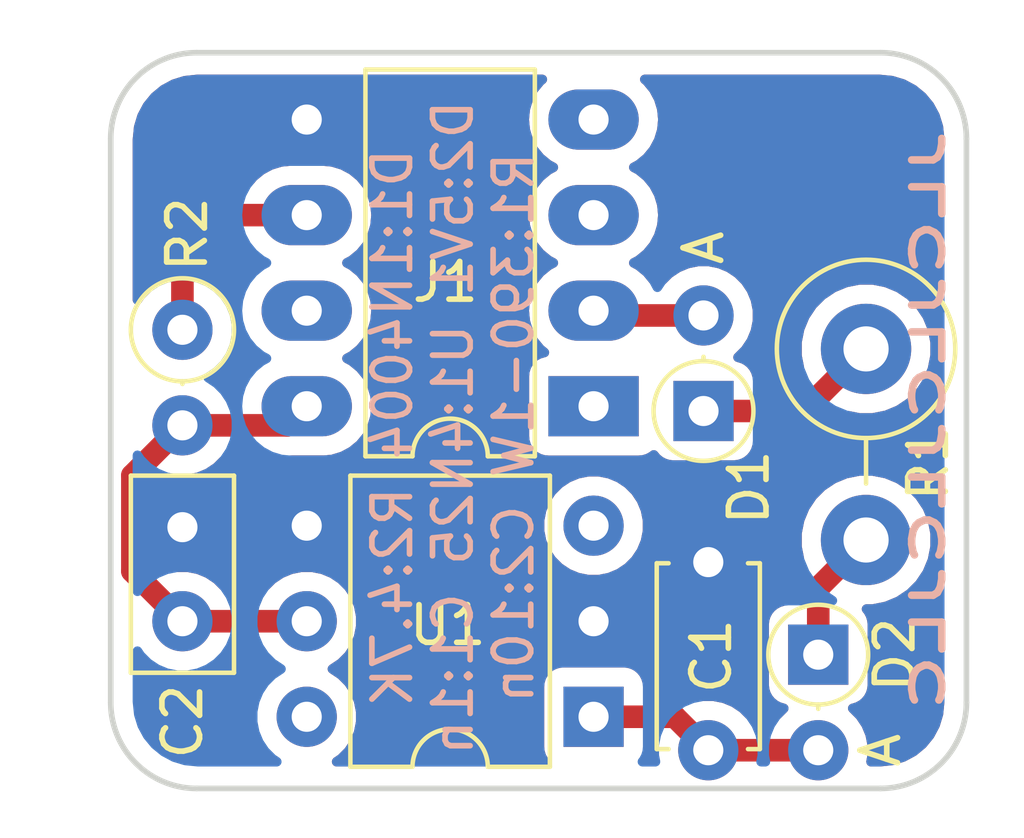
<source format=kicad_pcb>
(kicad_pcb (version 20171130) (host pcbnew 5.1.9+dfsg1-1~bpo10+1)

  (general
    (thickness 1.6)
    (drawings 10)
    (tracks 28)
    (zones 0)
    (modules 8)
    (nets 14)
  )

  (page A4)
  (layers
    (0 F.Cu signal)
    (31 B.Cu signal)
    (32 B.Adhes user)
    (33 F.Adhes user)
    (34 B.Paste user)
    (35 F.Paste user)
    (36 B.SilkS user)
    (37 F.SilkS user)
    (38 B.Mask user)
    (39 F.Mask user)
    (40 Dwgs.User user)
    (41 Cmts.User user)
    (42 Eco1.User user)
    (43 Eco2.User user)
    (44 Edge.Cuts user)
    (45 Margin user)
    (46 B.CrtYd user)
    (47 F.CrtYd user)
    (48 B.Fab user)
    (49 F.Fab user)
  )

  (setup
    (last_trace_width 0.6)
    (trace_clearance 0.2)
    (zone_clearance 0.508)
    (zone_45_only no)
    (trace_min 0.2)
    (via_size 0.8)
    (via_drill 0.4)
    (via_min_size 0.4)
    (via_min_drill 0.3)
    (uvia_size 0.3)
    (uvia_drill 0.1)
    (uvias_allowed no)
    (uvia_min_size 0.2)
    (uvia_min_drill 0.1)
    (edge_width 0.1)
    (segment_width 0.2)
    (pcb_text_width 0.3)
    (pcb_text_size 1.5 1.5)
    (mod_edge_width 0.15)
    (mod_text_size 1 1)
    (mod_text_width 0.15)
    (pad_size 1.524 1.524)
    (pad_drill 0.762)
    (pad_to_mask_clearance 0)
    (aux_axis_origin 0 0)
    (visible_elements FFFFFF7F)
    (pcbplotparams
      (layerselection 0x010fc_ffffffff)
      (usegerberextensions false)
      (usegerberattributes true)
      (usegerberadvancedattributes true)
      (creategerberjobfile true)
      (excludeedgelayer true)
      (linewidth 0.100000)
      (plotframeref false)
      (viasonmask false)
      (mode 1)
      (useauxorigin false)
      (hpglpennumber 1)
      (hpglpenspeed 20)
      (hpglpendiameter 15.000000)
      (psnegative false)
      (psa4output false)
      (plotreference true)
      (plotvalue true)
      (plotinvisibletext false)
      (padsonsilk false)
      (subtractmaskfromsilk false)
      (outputformat 1)
      (mirror false)
      (drillshape 0)
      (scaleselection 1)
      (outputdirectory "gerbers/"))
  )

  (net 0 "")
  (net 1 "Net-(C1-Pad1)")
  (net 2 GND)
  (net 3 TACH1)
  (net 4 "Net-(U1-Pad3)")
  (net 5 "Net-(U1-Pad6)")
  (net 6 VR1+)
  (net 7 "Net-(D1-Pad1)")
  (net 8 "Net-(D2-Pad1)")
  (net 9 VR1-)
  (net 10 +5V)
  (net 11 VR2+)
  (net 12 TACH2)
  (net 13 VR2-)

  (net_class Default "This is the default net class."
    (clearance 0.2)
    (trace_width 0.6)
    (via_dia 0.8)
    (via_drill 0.4)
    (uvia_dia 0.3)
    (uvia_drill 0.1)
    (add_net +5V)
    (add_net GND)
    (add_net "Net-(C1-Pad1)")
    (add_net "Net-(D1-Pad1)")
    (add_net "Net-(D2-Pad1)")
    (add_net "Net-(U1-Pad3)")
    (add_net "Net-(U1-Pad6)")
    (add_net TACH1)
    (add_net TACH2)
    (add_net VR1+)
    (add_net VR1-)
    (add_net VR2+)
    (add_net VR2-)
  )

  (module Package_DIP:DIP-6_W7.62mm (layer F.Cu) (tedit 5A02E8C5) (tstamp 6048E91F)
    (at 39.624 43.434 180)
    (descr "6-lead though-hole mounted DIP package, row spacing 7.62 mm (300 mils)")
    (tags "THT DIP DIL PDIP 2.54mm 7.62mm 300mil")
    (path /6048D3FE)
    (fp_text reference U1 (at 3.874 2.434) (layer F.SilkS)
      (effects (font (size 1 1) (thickness 0.15)))
    )
    (fp_text value 4N25 (at 3.81 7.41) (layer F.Fab)
      (effects (font (size 1 1) (thickness 0.15)))
    )
    (fp_line (start 1.635 -1.27) (end 6.985 -1.27) (layer F.Fab) (width 0.1))
    (fp_line (start 6.985 -1.27) (end 6.985 6.35) (layer F.Fab) (width 0.1))
    (fp_line (start 6.985 6.35) (end 0.635 6.35) (layer F.Fab) (width 0.1))
    (fp_line (start 0.635 6.35) (end 0.635 -0.27) (layer F.Fab) (width 0.1))
    (fp_line (start 0.635 -0.27) (end 1.635 -1.27) (layer F.Fab) (width 0.1))
    (fp_line (start 2.81 -1.33) (end 1.16 -1.33) (layer F.SilkS) (width 0.12))
    (fp_line (start 1.16 -1.33) (end 1.16 6.41) (layer F.SilkS) (width 0.12))
    (fp_line (start 1.16 6.41) (end 6.46 6.41) (layer F.SilkS) (width 0.12))
    (fp_line (start 6.46 6.41) (end 6.46 -1.33) (layer F.SilkS) (width 0.12))
    (fp_line (start 6.46 -1.33) (end 4.81 -1.33) (layer F.SilkS) (width 0.12))
    (fp_line (start -1.1 -1.55) (end -1.1 6.6) (layer F.CrtYd) (width 0.05))
    (fp_line (start -1.1 6.6) (end 8.7 6.6) (layer F.CrtYd) (width 0.05))
    (fp_line (start 8.7 6.6) (end 8.7 -1.55) (layer F.CrtYd) (width 0.05))
    (fp_line (start 8.7 -1.55) (end -1.1 -1.55) (layer F.CrtYd) (width 0.05))
    (fp_arc (start 3.81 -1.33) (end 2.81 -1.33) (angle -180) (layer F.SilkS) (width 0.12))
    (fp_text user %R (at 3.81 2.54) (layer F.Fab)
      (effects (font (size 1 1) (thickness 0.15)))
    )
    (pad 1 thru_hole rect (at 0 0 180) (size 1.6 1.6) (drill 0.8) (layers *.Cu *.Mask)
      (net 1 "Net-(C1-Pad1)"))
    (pad 4 thru_hole oval (at 7.62 5.08 180) (size 1.6 1.6) (drill 0.8) (layers *.Cu *.Mask)
      (net 2 GND))
    (pad 2 thru_hole oval (at 0 2.54 180) (size 1.6 1.6) (drill 0.8) (layers *.Cu *.Mask)
      (net 2 GND))
    (pad 5 thru_hole oval (at 7.62 2.54 180) (size 1.6 1.6) (drill 0.8) (layers *.Cu *.Mask)
      (net 3 TACH1))
    (pad 3 thru_hole oval (at 0 5.08 180) (size 1.6 1.6) (drill 0.8) (layers *.Cu *.Mask)
      (net 4 "Net-(U1-Pad3)"))
    (pad 6 thru_hole oval (at 7.62 0 180) (size 1.6 1.6) (drill 0.8) (layers *.Cu *.Mask)
      (net 5 "Net-(U1-Pad6)"))
    (model ${KISYS3DMOD}/Package_DIP.3dshapes/DIP-6_W7.62mm.wrl
      (at (xyz 0 0 0))
      (scale (xyz 1 1 1))
      (rotate (xyz 0 0 0))
    )
  )

  (module Capacitor_THT:C_Disc_D4.7mm_W2.5mm_P5.00mm (layer F.Cu) (tedit 5AE50EF0) (tstamp 6048E6E3)
    (at 42.672 44.323 90)
    (descr "C, Disc series, Radial, pin pitch=5.00mm, , diameter*width=4.7*2.5mm^2, Capacitor, http://www.vishay.com/docs/45233/krseries.pdf")
    (tags "C Disc series Radial pin pitch 5.00mm  diameter 4.7mm width 2.5mm Capacitor")
    (path /6048FE48)
    (fp_text reference C1 (at 2.5 0.078 90) (layer F.SilkS)
      (effects (font (size 1 1) (thickness 0.15)))
    )
    (fp_text value 1n (at 2.5 2.5 90) (layer F.Fab)
      (effects (font (size 1 1) (thickness 0.15)))
    )
    (fp_line (start 0.15 -1.25) (end 0.15 1.25) (layer F.Fab) (width 0.1))
    (fp_line (start 0.15 1.25) (end 4.85 1.25) (layer F.Fab) (width 0.1))
    (fp_line (start 4.85 1.25) (end 4.85 -1.25) (layer F.Fab) (width 0.1))
    (fp_line (start 4.85 -1.25) (end 0.15 -1.25) (layer F.Fab) (width 0.1))
    (fp_line (start 0.03 -1.37) (end 4.97 -1.37) (layer F.SilkS) (width 0.12))
    (fp_line (start 0.03 1.37) (end 4.97 1.37) (layer F.SilkS) (width 0.12))
    (fp_line (start 0.03 -1.37) (end 0.03 -1.055) (layer F.SilkS) (width 0.12))
    (fp_line (start 0.03 1.055) (end 0.03 1.37) (layer F.SilkS) (width 0.12))
    (fp_line (start 4.97 -1.37) (end 4.97 -1.055) (layer F.SilkS) (width 0.12))
    (fp_line (start 4.97 1.055) (end 4.97 1.37) (layer F.SilkS) (width 0.12))
    (fp_line (start -1.05 -1.5) (end -1.05 1.5) (layer F.CrtYd) (width 0.05))
    (fp_line (start -1.05 1.5) (end 6.05 1.5) (layer F.CrtYd) (width 0.05))
    (fp_line (start 6.05 1.5) (end 6.05 -1.5) (layer F.CrtYd) (width 0.05))
    (fp_line (start 6.05 -1.5) (end -1.05 -1.5) (layer F.CrtYd) (width 0.05))
    (fp_text user %R (at 2.5 0 90) (layer F.Fab)
      (effects (font (size 0.94 0.94) (thickness 0.141)))
    )
    (pad 1 thru_hole circle (at 0 0 90) (size 1.6 1.6) (drill 0.8) (layers *.Cu *.Mask)
      (net 1 "Net-(C1-Pad1)"))
    (pad 2 thru_hole circle (at 5 0 90) (size 1.6 1.6) (drill 0.8) (layers *.Cu *.Mask)
      (net 2 GND))
    (model ${KISYS3DMOD}/Capacitor_THT.3dshapes/C_Disc_D4.7mm_W2.5mm_P5.00mm.wrl
      (at (xyz 0 0 0))
      (scale (xyz 1 1 1))
      (rotate (xyz 0 0 0))
    )
  )

  (module Capacitor_THT:C_Disc_D5.0mm_W2.5mm_P2.50mm (layer F.Cu) (tedit 5AE50EF0) (tstamp 6048DC89)
    (at 28.702 40.894 90)
    (descr "C, Disc series, Radial, pin pitch=2.50mm, , diameter*width=5*2.5mm^2, Capacitor, http://cdn-reichelt.de/documents/datenblatt/B300/DS_KERKO_TC.pdf")
    (tags "C Disc series Radial pin pitch 2.50mm  diameter 5mm width 2.5mm Capacitor")
    (path /604902B7)
    (fp_text reference C2 (at -2.667 0 90) (layer F.SilkS)
      (effects (font (size 1 1) (thickness 0.15)))
    )
    (fp_text value 10n (at 1.25 2.5 90) (layer F.Fab)
      (effects (font (size 1 1) (thickness 0.15)))
    )
    (fp_line (start -1.25 -1.25) (end -1.25 1.25) (layer F.Fab) (width 0.1))
    (fp_line (start -1.25 1.25) (end 3.75 1.25) (layer F.Fab) (width 0.1))
    (fp_line (start 3.75 1.25) (end 3.75 -1.25) (layer F.Fab) (width 0.1))
    (fp_line (start 3.75 -1.25) (end -1.25 -1.25) (layer F.Fab) (width 0.1))
    (fp_line (start -1.37 -1.37) (end 3.87 -1.37) (layer F.SilkS) (width 0.12))
    (fp_line (start -1.37 1.37) (end 3.87 1.37) (layer F.SilkS) (width 0.12))
    (fp_line (start -1.37 -1.37) (end -1.37 1.37) (layer F.SilkS) (width 0.12))
    (fp_line (start 3.87 -1.37) (end 3.87 1.37) (layer F.SilkS) (width 0.12))
    (fp_line (start -1.5 -1.5) (end -1.5 1.5) (layer F.CrtYd) (width 0.05))
    (fp_line (start -1.5 1.5) (end 4 1.5) (layer F.CrtYd) (width 0.05))
    (fp_line (start 4 1.5) (end 4 -1.5) (layer F.CrtYd) (width 0.05))
    (fp_line (start 4 -1.5) (end -1.5 -1.5) (layer F.CrtYd) (width 0.05))
    (fp_text user %R (at 1.25 0 90) (layer F.Fab)
      (effects (font (size 1 1) (thickness 0.15)))
    )
    (pad 1 thru_hole circle (at 0 0 90) (size 1.6 1.6) (drill 0.8) (layers *.Cu *.Mask)
      (net 3 TACH1))
    (pad 2 thru_hole circle (at 2.5 0 90) (size 1.6 1.6) (drill 0.8) (layers *.Cu *.Mask)
      (net 2 GND))
    (model ${KISYS3DMOD}/Capacitor_THT.3dshapes/C_Disc_D5.0mm_W2.5mm_P2.50mm.wrl
      (at (xyz 0 0 0))
      (scale (xyz 1 1 1))
      (rotate (xyz 0 0 0))
    )
  )

  (module Diode_THT:D_DO-35_SOD27_P2.54mm_Vertical_AnodeUp (layer F.Cu) (tedit 5AE50CD5) (tstamp 6048DC9A)
    (at 42.545 35.306 90)
    (descr "Diode, DO-35_SOD27 series, Axial, Vertical, pin pitch=2.54mm, , length*diameter=4*2mm^2, , http://www.diodes.com/_files/packages/DO-35.pdf")
    (tags "Diode DO-35_SOD27 series Axial Vertical pin pitch 2.54mm  length 4mm diameter 2mm")
    (path /60498E08)
    (fp_text reference D1 (at -2.032 1.205 90) (layer F.SilkS)
      (effects (font (size 1 1) (thickness 0.15)))
    )
    (fp_text value 1N4004 (at 1.27 3.215371 90) (layer F.Fab)
      (effects (font (size 1 1) (thickness 0.15)))
    )
    (fp_line (start 3.59 -1.25) (end -1.25 -1.25) (layer F.CrtYd) (width 0.05))
    (fp_line (start 3.59 1.25) (end 3.59 -1.25) (layer F.CrtYd) (width 0.05))
    (fp_line (start -1.25 1.25) (end 3.59 1.25) (layer F.CrtYd) (width 0.05))
    (fp_line (start -1.25 -1.25) (end -1.25 1.25) (layer F.CrtYd) (width 0.05))
    (fp_line (start 1.326371 0) (end 1.44 0) (layer F.SilkS) (width 0.12))
    (fp_line (start 0 0) (end 2.54 0) (layer F.Fab) (width 0.1))
    (fp_circle (center 0 0) (end 1.326371 0) (layer F.SilkS) (width 0.12))
    (fp_circle (center 0 0) (end 1 0) (layer F.Fab) (width 0.1))
    (fp_text user A (at 4.34 0 90) (layer F.SilkS)
      (effects (font (size 1 1) (thickness 0.15)))
    )
    (fp_text user A (at 4.34 0 90) (layer F.Fab)
      (effects (font (size 1 1) (thickness 0.15)))
    )
    (fp_text user %R (at 1.27 -2.326371 90) (layer F.Fab)
      (effects (font (size 1 1) (thickness 0.15)))
    )
    (pad 2 thru_hole oval (at 2.54 0 90) (size 1.6 1.6) (drill 0.8) (layers *.Cu *.Mask)
      (net 6 VR1+))
    (pad 1 thru_hole rect (at 0 0 90) (size 1.6 1.6) (drill 0.8) (layers *.Cu *.Mask)
      (net 7 "Net-(D1-Pad1)"))
    (model ${KISYS3DMOD}/Diode_THT.3dshapes/D_DO-35_SOD27_P2.54mm_Vertical_AnodeUp.wrl
      (at (xyz 0 0 0))
      (scale (xyz 1 1 1))
      (rotate (xyz 0 0 0))
    )
  )

  (module Diode_THT:D_DO-35_SOD27_P2.54mm_Vertical_AnodeUp (layer F.Cu) (tedit 5AE50CD5) (tstamp 6048EA73)
    (at 45.593 41.783 270)
    (descr "Diode, DO-35_SOD27 series, Axial, Vertical, pin pitch=2.54mm, , length*diameter=4*2mm^2, , http://www.diodes.com/_files/packages/DO-35.pdf")
    (tags "Diode DO-35_SOD27 series Axial Vertical pin pitch 2.54mm  length 4mm diameter 2mm")
    (path /6049832A)
    (fp_text reference D2 (at 0 -2.032 90) (layer F.SilkS)
      (effects (font (size 1 1) (thickness 0.15)))
    )
    (fp_text value 5v1 (at 1.27 3.215371 90) (layer F.Fab)
      (effects (font (size 1 1) (thickness 0.15)))
    )
    (fp_circle (center 0 0) (end 1 0) (layer F.Fab) (width 0.1))
    (fp_circle (center 0 0) (end 1.326371 0) (layer F.SilkS) (width 0.12))
    (fp_line (start 0 0) (end 2.54 0) (layer F.Fab) (width 0.1))
    (fp_line (start 1.326371 0) (end 1.44 0) (layer F.SilkS) (width 0.12))
    (fp_line (start -1.25 -1.25) (end -1.25 1.25) (layer F.CrtYd) (width 0.05))
    (fp_line (start -1.25 1.25) (end 3.59 1.25) (layer F.CrtYd) (width 0.05))
    (fp_line (start 3.59 1.25) (end 3.59 -1.25) (layer F.CrtYd) (width 0.05))
    (fp_line (start 3.59 -1.25) (end -1.25 -1.25) (layer F.CrtYd) (width 0.05))
    (fp_text user %R (at 1.27 -2.326371 90) (layer F.Fab)
      (effects (font (size 1 1) (thickness 0.15)))
    )
    (fp_text user A (at 4.34 0 90) (layer F.Fab)
      (effects (font (size 1 1) (thickness 0.15)))
    )
    (fp_text user A (at 2.54 -1.651 90) (layer F.SilkS)
      (effects (font (size 1 1) (thickness 0.15)))
    )
    (pad 1 thru_hole rect (at 0 0 270) (size 1.6 1.6) (drill 0.8) (layers *.Cu *.Mask)
      (net 8 "Net-(D2-Pad1)"))
    (pad 2 thru_hole oval (at 2.54 0 270) (size 1.6 1.6) (drill 0.8) (layers *.Cu *.Mask)
      (net 1 "Net-(C1-Pad1)"))
    (model ${KISYS3DMOD}/Diode_THT.3dshapes/D_DO-35_SOD27_P2.54mm_Vertical_AnodeUp.wrl
      (at (xyz 0 0 0))
      (scale (xyz 1 1 1))
      (rotate (xyz 0 0 0))
    )
  )

  (module Package_DIP:DIP-8_W7.62mm_LongPads (layer F.Cu) (tedit 5A02E8C5) (tstamp 6048DCC7)
    (at 39.624 35.179 180)
    (descr "8-lead though-hole mounted DIP package, row spacing 7.62 mm (300 mils), LongPads")
    (tags "THT DIP DIL PDIP 2.54mm 7.62mm 300mil LongPads")
    (path /6049DB07)
    (fp_text reference J1 (at 3.937 3.302) (layer F.SilkS)
      (effects (font (size 1 1) (thickness 0.15)))
    )
    (fp_text value Conn_02x04_Counter_Clockwise (at 3.81 9.95) (layer F.Fab)
      (effects (font (size 1 1) (thickness 0.15)))
    )
    (fp_line (start 1.635 -1.27) (end 6.985 -1.27) (layer F.Fab) (width 0.1))
    (fp_line (start 6.985 -1.27) (end 6.985 8.89) (layer F.Fab) (width 0.1))
    (fp_line (start 6.985 8.89) (end 0.635 8.89) (layer F.Fab) (width 0.1))
    (fp_line (start 0.635 8.89) (end 0.635 -0.27) (layer F.Fab) (width 0.1))
    (fp_line (start 0.635 -0.27) (end 1.635 -1.27) (layer F.Fab) (width 0.1))
    (fp_line (start 2.81 -1.33) (end 1.56 -1.33) (layer F.SilkS) (width 0.12))
    (fp_line (start 1.56 -1.33) (end 1.56 8.95) (layer F.SilkS) (width 0.12))
    (fp_line (start 1.56 8.95) (end 6.06 8.95) (layer F.SilkS) (width 0.12))
    (fp_line (start 6.06 8.95) (end 6.06 -1.33) (layer F.SilkS) (width 0.12))
    (fp_line (start 6.06 -1.33) (end 4.81 -1.33) (layer F.SilkS) (width 0.12))
    (fp_line (start -1.45 -1.55) (end -1.45 9.15) (layer F.CrtYd) (width 0.05))
    (fp_line (start -1.45 9.15) (end 9.1 9.15) (layer F.CrtYd) (width 0.05))
    (fp_line (start 9.1 9.15) (end 9.1 -1.55) (layer F.CrtYd) (width 0.05))
    (fp_line (start 9.1 -1.55) (end -1.45 -1.55) (layer F.CrtYd) (width 0.05))
    (fp_arc (start 3.81 -1.33) (end 2.81 -1.33) (angle -180) (layer F.SilkS) (width 0.12))
    (fp_text user %R (at 3.81 3.81) (layer F.Fab)
      (effects (font (size 1 1) (thickness 0.15)))
    )
    (pad 1 thru_hole rect (at 0 0 180) (size 2.4 1.6) (drill 0.8) (layers *.Cu *.Mask)
      (net 9 VR1-))
    (pad 5 thru_hole oval (at 7.62 7.62 180) (size 2.4 1.6) (drill 0.8) (layers *.Cu *.Mask)
      (net 2 GND))
    (pad 2 thru_hole oval (at 0 2.54 180) (size 2.4 1.6) (drill 0.8) (layers *.Cu *.Mask)
      (net 6 VR1+))
    (pad 6 thru_hole oval (at 7.62 5.08 180) (size 2.4 1.6) (drill 0.8) (layers *.Cu *.Mask)
      (net 10 +5V))
    (pad 3 thru_hole oval (at 0 5.08 180) (size 2.4 1.6) (drill 0.8) (layers *.Cu *.Mask)
      (net 11 VR2+))
    (pad 7 thru_hole oval (at 7.62 2.54 180) (size 2.4 1.6) (drill 0.8) (layers *.Cu *.Mask)
      (net 12 TACH2))
    (pad 4 thru_hole oval (at 0 7.62 180) (size 2.4 1.6) (drill 0.8) (layers *.Cu *.Mask)
      (net 13 VR2-))
    (pad 8 thru_hole oval (at 7.62 0 180) (size 2.4 1.6) (drill 0.8) (layers *.Cu *.Mask)
      (net 3 TACH1))
    (model ${KISYS3DMOD}/Package_DIP.3dshapes/DIP-8_W7.62mm.wrl
      (at (xyz 0 0 0))
      (scale (xyz 1 1 1))
      (rotate (xyz 0 0 0))
    )
  )

  (module Resistor_THT:R_Axial_DIN0414_L11.9mm_D4.5mm_P5.08mm_Vertical (layer F.Cu) (tedit 5AE5139B) (tstamp 6048EB8C)
    (at 46.863 33.655 270)
    (descr "Resistor, Axial_DIN0414 series, Axial, Vertical, pin pitch=5.08mm, 2W, length*diameter=11.9*4.5mm^2, http://www.vishay.com/docs/20128/wkxwrx.pdf")
    (tags "Resistor Axial_DIN0414 series Axial Vertical pin pitch 5.08mm 2W length 11.9mm diameter 4.5mm")
    (path /60495CE4)
    (fp_text reference R1 (at 3.048 -1.651 90) (layer F.SilkS)
      (effects (font (size 1 1) (thickness 0.15)))
    )
    (fp_text value "390 1W" (at 2.54 3.37 90) (layer F.Fab)
      (effects (font (size 1 1) (thickness 0.15)))
    )
    (fp_circle (center 0 0) (end 2.25 0) (layer F.Fab) (width 0.1))
    (fp_circle (center 0 0) (end 2.37 0) (layer F.SilkS) (width 0.12))
    (fp_line (start 0 0) (end 5.08 0) (layer F.Fab) (width 0.1))
    (fp_line (start 2.37 0) (end 3.58 0) (layer F.SilkS) (width 0.12))
    (fp_line (start -2.5 -2.5) (end -2.5 2.5) (layer F.CrtYd) (width 0.05))
    (fp_line (start -2.5 2.5) (end 6.53 2.5) (layer F.CrtYd) (width 0.05))
    (fp_line (start 6.53 2.5) (end 6.53 -2.5) (layer F.CrtYd) (width 0.05))
    (fp_line (start 6.53 -2.5) (end -2.5 -2.5) (layer F.CrtYd) (width 0.05))
    (fp_text user %R (at 2.54 -3.37 90) (layer F.Fab)
      (effects (font (size 1 1) (thickness 0.15)))
    )
    (pad 1 thru_hole circle (at 0 0 270) (size 2.4 2.4) (drill 1.2) (layers *.Cu *.Mask)
      (net 7 "Net-(D1-Pad1)"))
    (pad 2 thru_hole oval (at 5.08 0 270) (size 2.4 2.4) (drill 1.2) (layers *.Cu *.Mask)
      (net 8 "Net-(D2-Pad1)"))
    (model ${KISYS3DMOD}/Resistor_THT.3dshapes/R_Axial_DIN0414_L11.9mm_D4.5mm_P5.08mm_Vertical.wrl
      (at (xyz 0 0 0))
      (scale (xyz 1 1 1))
      (rotate (xyz 0 0 0))
    )
  )

  (module Resistor_THT:R_Axial_DIN0207_L6.3mm_D2.5mm_P2.54mm_Vertical (layer F.Cu) (tedit 5AE5139B) (tstamp 6048DCE5)
    (at 28.702 33.147 270)
    (descr "Resistor, Axial_DIN0207 series, Axial, Vertical, pin pitch=2.54mm, 0.25W = 1/4W, length*diameter=6.3*2.5mm^2, http://cdn-reichelt.de/documents/datenblatt/B400/1_4W%23YAG.pdf")
    (tags "Resistor Axial_DIN0207 series Axial Vertical pin pitch 2.54mm 0.25W = 1/4W length 6.3mm diameter 2.5mm")
    (path /604961B7)
    (fp_text reference R2 (at -2.54 -0.127 90) (layer F.SilkS)
      (effects (font (size 1 1) (thickness 0.15)))
    )
    (fp_text value "4.7K " (at 1.27 2.37 90) (layer F.Fab)
      (effects (font (size 1 1) (thickness 0.15)))
    )
    (fp_circle (center 0 0) (end 1.25 0) (layer F.Fab) (width 0.1))
    (fp_circle (center 0 0) (end 1.37 0) (layer F.SilkS) (width 0.12))
    (fp_line (start 0 0) (end 2.54 0) (layer F.Fab) (width 0.1))
    (fp_line (start 1.37 0) (end 1.44 0) (layer F.SilkS) (width 0.12))
    (fp_line (start -1.5 -1.5) (end -1.5 1.5) (layer F.CrtYd) (width 0.05))
    (fp_line (start -1.5 1.5) (end 3.59 1.5) (layer F.CrtYd) (width 0.05))
    (fp_line (start 3.59 1.5) (end 3.59 -1.5) (layer F.CrtYd) (width 0.05))
    (fp_line (start 3.59 -1.5) (end -1.5 -1.5) (layer F.CrtYd) (width 0.05))
    (fp_text user %R (at 1.27 -2.37 90) (layer F.Fab)
      (effects (font (size 1 1) (thickness 0.15)))
    )
    (pad 1 thru_hole circle (at 0 0 270) (size 1.6 1.6) (drill 0.8) (layers *.Cu *.Mask)
      (net 10 +5V))
    (pad 2 thru_hole oval (at 2.54 0 270) (size 1.6 1.6) (drill 0.8) (layers *.Cu *.Mask)
      (net 3 TACH1))
    (model ${KISYS3DMOD}/Resistor_THT.3dshapes/R_Axial_DIN0207_L6.3mm_D2.5mm_P2.54mm_Vertical.wrl
      (at (xyz 0 0 0))
      (scale (xyz 1 1 1))
      (rotate (xyz 0 0 0))
    )
  )

  (gr_text JLCJLCJLCJLC (at 48.514 35.56 90) (layer B.SilkS)
    (effects (font (size 0.8 1.5) (thickness 0.2)) (justify mirror))
  )
  (gr_text "D1:1N4004 R2:4.7K\nD2:5V1 U1:4N25 C1:1n\nR1:390-1W C2:10n\n\n\n" (at 37.5 35.75 90) (layer B.SilkS)
    (effects (font (size 1 1) (thickness 0.15)) (justify mirror))
  )
  (gr_line (start 29.083 25.781) (end 47.244 25.781) (layer Edge.Cuts) (width 0.15))
  (gr_arc (start 47.244 28.067) (end 49.53 28.067) (angle -90) (layer Edge.Cuts) (width 0.15) (tstamp 6048EDAB))
  (gr_arc (start 47.244 43.053) (end 47.244 45.339) (angle -90) (layer Edge.Cuts) (width 0.15) (tstamp 6048EDAB))
  (gr_arc (start 29.083 43.053) (end 26.797 43.053) (angle -90) (layer Edge.Cuts) (width 0.15) (tstamp 6048EDAB))
  (gr_arc (start 29.083 28.067) (end 29.083 25.781) (angle -90) (layer Edge.Cuts) (width 0.15))
  (gr_line (start 26.797 43.053) (end 26.797 28.067) (layer Edge.Cuts) (width 0.15))
  (gr_line (start 47.244 45.339) (end 29.083 45.339) (layer Edge.Cuts) (width 0.15))
  (gr_line (start 49.53 28.067) (end 49.53 43.053) (layer Edge.Cuts) (width 0.15))

  (segment (start 41.783 43.434) (end 42.672 44.323) (width 0.6) (layer F.Cu) (net 1))
  (segment (start 39.624 43.434) (end 41.783 43.434) (width 0.6) (layer F.Cu) (net 1))
  (segment (start 42.672 44.323) (end 45.593 44.323) (width 0.6) (layer F.Cu) (net 1))
  (segment (start 32.004 27.559) (end 34.798 27.559) (width 0.6) (layer F.Cu) (net 2))
  (segment (start 34.798 27.559) (end 35.687 28.448) (width 0.6) (layer F.Cu) (net 2))
  (segment (start 35.687 36.957) (end 39.624 40.894) (width 0.6) (layer F.Cu) (net 2))
  (segment (start 35.687 28.448) (end 35.687 36.957) (width 0.6) (layer F.Cu) (net 2))
  (segment (start 41.101 40.894) (end 42.672 39.323) (width 0.6) (layer F.Cu) (net 2))
  (segment (start 39.624 40.894) (end 41.101 40.894) (width 0.6) (layer F.Cu) (net 2))
  (segment (start 34.29 38.354) (end 35.687 36.957) (width 0.6) (layer F.Cu) (net 2))
  (segment (start 32.004 38.354) (end 34.29 38.354) (width 0.6) (layer F.Cu) (net 2))
  (segment (start 28.742 38.354) (end 28.702 38.394) (width 0.6) (layer F.Cu) (net 2))
  (segment (start 32.004 38.354) (end 28.742 38.354) (width 0.6) (layer F.Cu) (net 2))
  (segment (start 31.496 35.687) (end 32.004 35.179) (width 0.6) (layer F.Cu) (net 3))
  (segment (start 28.702 35.687) (end 31.496 35.687) (width 0.6) (layer F.Cu) (net 3))
  (segment (start 28.702 40.894) (end 32.004 40.894) (width 0.6) (layer F.Cu) (net 3))
  (segment (start 28.702 40.894) (end 27.37201 39.56401) (width 0.6) (layer F.Cu) (net 3))
  (segment (start 27.37201 37.01699) (end 28.702 35.687) (width 0.6) (layer F.Cu) (net 3))
  (segment (start 27.37201 39.56401) (end 27.37201 37.01699) (width 0.6) (layer F.Cu) (net 3))
  (segment (start 39.751 32.766) (end 39.624 32.639) (width 0.6) (layer F.Cu) (net 6))
  (segment (start 42.545 32.766) (end 39.751 32.766) (width 0.6) (layer F.Cu) (net 6))
  (segment (start 46.863 33.655) (end 45.212 35.306) (width 0.6) (layer F.Cu) (net 7))
  (segment (start 45.212 35.306) (end 42.545 35.306) (width 0.6) (layer F.Cu) (net 7))
  (segment (start 45.593 40.005) (end 46.863 38.735) (width 0.6) (layer F.Cu) (net 8))
  (segment (start 45.593 41.783) (end 45.593 40.005) (width 0.6) (layer F.Cu) (net 8))
  (segment (start 28.702 33.147) (end 28.702 31.369) (width 0.6) (layer F.Cu) (net 10))
  (segment (start 29.972 30.099) (end 32.004 30.099) (width 0.6) (layer F.Cu) (net 10))
  (segment (start 28.702 31.369) (end 29.972 30.099) (width 0.6) (layer F.Cu) (net 10))

  (zone (net 2) (net_name GND) (layer B.Cu) (tstamp 6048F852) (hatch edge 0.508)
    (connect_pads yes (clearance 0.508))
    (min_thickness 0.254)
    (fill yes (arc_segments 32) (thermal_gap 0.508) (thermal_bridge_width 0.508))
    (polygon
      (pts
        (xy 49.657 45.339) (xy 26.543 45.339) (xy 26.543 25.654) (xy 49.657 25.654)
      )
    )
    (filled_polygon
      (pts
        (xy 38.204392 26.539392) (xy 38.025068 26.757899) (xy 37.891818 27.007192) (xy 37.809764 27.277691) (xy 37.782057 27.559)
        (xy 37.809764 27.840309) (xy 37.891818 28.110808) (xy 38.025068 28.360101) (xy 38.204392 28.578608) (xy 38.422899 28.757932)
        (xy 38.555858 28.829) (xy 38.422899 28.900068) (xy 38.204392 29.079392) (xy 38.025068 29.297899) (xy 37.891818 29.547192)
        (xy 37.809764 29.817691) (xy 37.782057 30.099) (xy 37.809764 30.380309) (xy 37.891818 30.650808) (xy 38.025068 30.900101)
        (xy 38.204392 31.118608) (xy 38.422899 31.297932) (xy 38.555858 31.369) (xy 38.422899 31.440068) (xy 38.204392 31.619392)
        (xy 38.025068 31.837899) (xy 37.891818 32.087192) (xy 37.809764 32.357691) (xy 37.782057 32.639) (xy 37.809764 32.920309)
        (xy 37.891818 33.190808) (xy 38.025068 33.440101) (xy 38.204392 33.658608) (xy 38.317482 33.751419) (xy 38.299518 33.753188)
        (xy 38.17982 33.789498) (xy 38.069506 33.848463) (xy 37.972815 33.927815) (xy 37.893463 34.024506) (xy 37.834498 34.13482)
        (xy 37.798188 34.254518) (xy 37.785928 34.379) (xy 37.785928 35.979) (xy 37.798188 36.103482) (xy 37.834498 36.22318)
        (xy 37.893463 36.333494) (xy 37.972815 36.430185) (xy 38.069506 36.509537) (xy 38.17982 36.568502) (xy 38.299518 36.604812)
        (xy 38.424 36.617072) (xy 40.824 36.617072) (xy 40.948482 36.604812) (xy 41.06818 36.568502) (xy 41.178494 36.509537)
        (xy 41.224037 36.472161) (xy 41.293815 36.557185) (xy 41.390506 36.636537) (xy 41.50082 36.695502) (xy 41.620518 36.731812)
        (xy 41.745 36.744072) (xy 43.345 36.744072) (xy 43.469482 36.731812) (xy 43.58918 36.695502) (xy 43.699494 36.636537)
        (xy 43.796185 36.557185) (xy 43.875537 36.460494) (xy 43.934502 36.35018) (xy 43.970812 36.230482) (xy 43.983072 36.106)
        (xy 43.983072 34.506) (xy 43.970812 34.381518) (xy 43.934502 34.26182) (xy 43.875537 34.151506) (xy 43.796185 34.054815)
        (xy 43.699494 33.975463) (xy 43.58918 33.916498) (xy 43.469482 33.880188) (xy 43.461039 33.879357) (xy 43.659637 33.680759)
        (xy 43.797609 33.474268) (xy 45.028 33.474268) (xy 45.028 33.835732) (xy 45.098518 34.19025) (xy 45.236844 34.524199)
        (xy 45.437662 34.824744) (xy 45.693256 35.080338) (xy 45.993801 35.281156) (xy 46.32775 35.419482) (xy 46.682268 35.49)
        (xy 47.043732 35.49) (xy 47.39825 35.419482) (xy 47.732199 35.281156) (xy 48.032744 35.080338) (xy 48.288338 34.824744)
        (xy 48.489156 34.524199) (xy 48.627482 34.19025) (xy 48.698 33.835732) (xy 48.698 33.474268) (xy 48.627482 33.11975)
        (xy 48.489156 32.785801) (xy 48.288338 32.485256) (xy 48.032744 32.229662) (xy 47.732199 32.028844) (xy 47.39825 31.890518)
        (xy 47.043732 31.82) (xy 46.682268 31.82) (xy 46.32775 31.890518) (xy 45.993801 32.028844) (xy 45.693256 32.229662)
        (xy 45.437662 32.485256) (xy 45.236844 32.785801) (xy 45.098518 33.11975) (xy 45.028 33.474268) (xy 43.797609 33.474268)
        (xy 43.81668 33.445727) (xy 43.924853 33.184574) (xy 43.98 32.907335) (xy 43.98 32.624665) (xy 43.924853 32.347426)
        (xy 43.81668 32.086273) (xy 43.659637 31.851241) (xy 43.459759 31.651363) (xy 43.224727 31.49432) (xy 42.963574 31.386147)
        (xy 42.686335 31.331) (xy 42.403665 31.331) (xy 42.126426 31.386147) (xy 41.865273 31.49432) (xy 41.630241 31.651363)
        (xy 41.430363 31.851241) (xy 41.319083 32.017784) (xy 41.222932 31.837899) (xy 41.043608 31.619392) (xy 40.825101 31.440068)
        (xy 40.692142 31.369) (xy 40.825101 31.297932) (xy 41.043608 31.118608) (xy 41.222932 30.900101) (xy 41.356182 30.650808)
        (xy 41.438236 30.380309) (xy 41.465943 30.099) (xy 41.438236 29.817691) (xy 41.356182 29.547192) (xy 41.222932 29.297899)
        (xy 41.043608 29.079392) (xy 40.825101 28.900068) (xy 40.692142 28.829) (xy 40.825101 28.757932) (xy 41.043608 28.578608)
        (xy 41.222932 28.360101) (xy 41.356182 28.110808) (xy 41.438236 27.840309) (xy 41.465943 27.559) (xy 41.438236 27.277691)
        (xy 41.356182 27.007192) (xy 41.222932 26.757899) (xy 41.043608 26.539392) (xy 40.984642 26.491) (xy 47.209278 26.491)
        (xy 47.54945 26.524355) (xy 47.843269 26.613063) (xy 48.114262 26.757152) (xy 48.352102 26.95113) (xy 48.547741 27.187617)
        (xy 48.693716 27.457591) (xy 48.784475 27.750786) (xy 48.82 28.088787) (xy 48.820001 43.018269) (xy 48.786645 43.35845)
        (xy 48.697937 43.652268) (xy 48.553846 43.923263) (xy 48.35987 44.161102) (xy 48.123384 44.35674) (xy 47.853405 44.502717)
        (xy 47.560214 44.593475) (xy 47.222213 44.629) (xy 46.995246 44.629) (xy 47.028 44.464335) (xy 47.028 44.181665)
        (xy 46.972853 43.904426) (xy 46.86468 43.643273) (xy 46.707637 43.408241) (xy 46.509039 43.209643) (xy 46.517482 43.208812)
        (xy 46.63718 43.172502) (xy 46.747494 43.113537) (xy 46.844185 43.034185) (xy 46.923537 42.937494) (xy 46.982502 42.82718)
        (xy 47.018812 42.707482) (xy 47.031072 42.583) (xy 47.031072 40.983) (xy 47.018812 40.858518) (xy 46.982502 40.73882)
        (xy 46.923537 40.628506) (xy 46.875523 40.57) (xy 47.043732 40.57) (xy 47.39825 40.499482) (xy 47.732199 40.361156)
        (xy 48.032744 40.160338) (xy 48.288338 39.904744) (xy 48.489156 39.604199) (xy 48.627482 39.27025) (xy 48.698 38.915732)
        (xy 48.698 38.554268) (xy 48.627482 38.19975) (xy 48.489156 37.865801) (xy 48.288338 37.565256) (xy 48.032744 37.309662)
        (xy 47.732199 37.108844) (xy 47.39825 36.970518) (xy 47.043732 36.9) (xy 46.682268 36.9) (xy 46.32775 36.970518)
        (xy 45.993801 37.108844) (xy 45.693256 37.309662) (xy 45.437662 37.565256) (xy 45.236844 37.865801) (xy 45.098518 38.19975)
        (xy 45.028 38.554268) (xy 45.028 38.915732) (xy 45.098518 39.27025) (xy 45.236844 39.604199) (xy 45.437662 39.904744)
        (xy 45.693256 40.160338) (xy 45.969514 40.344928) (xy 44.793 40.344928) (xy 44.668518 40.357188) (xy 44.54882 40.393498)
        (xy 44.438506 40.452463) (xy 44.341815 40.531815) (xy 44.262463 40.628506) (xy 44.203498 40.73882) (xy 44.167188 40.858518)
        (xy 44.154928 40.983) (xy 44.154928 42.583) (xy 44.167188 42.707482) (xy 44.203498 42.82718) (xy 44.262463 42.937494)
        (xy 44.341815 43.034185) (xy 44.438506 43.113537) (xy 44.54882 43.172502) (xy 44.668518 43.208812) (xy 44.676961 43.209643)
        (xy 44.478363 43.408241) (xy 44.32132 43.643273) (xy 44.213147 43.904426) (xy 44.158 44.181665) (xy 44.158 44.464335)
        (xy 44.190754 44.629) (xy 44.074246 44.629) (xy 44.107 44.464335) (xy 44.107 44.181665) (xy 44.051853 43.904426)
        (xy 43.94368 43.643273) (xy 43.786637 43.408241) (xy 43.586759 43.208363) (xy 43.351727 43.05132) (xy 43.090574 42.943147)
        (xy 42.813335 42.888) (xy 42.530665 42.888) (xy 42.253426 42.943147) (xy 41.992273 43.05132) (xy 41.757241 43.208363)
        (xy 41.557363 43.408241) (xy 41.40032 43.643273) (xy 41.292147 43.904426) (xy 41.237 44.181665) (xy 41.237 44.464335)
        (xy 41.269754 44.629) (xy 40.921295 44.629) (xy 40.954537 44.588494) (xy 41.013502 44.47818) (xy 41.049812 44.358482)
        (xy 41.062072 44.234) (xy 41.062072 42.634) (xy 41.049812 42.509518) (xy 41.013502 42.38982) (xy 40.954537 42.279506)
        (xy 40.875185 42.182815) (xy 40.778494 42.103463) (xy 40.66818 42.044498) (xy 40.548482 42.008188) (xy 40.424 41.995928)
        (xy 38.824 41.995928) (xy 38.699518 42.008188) (xy 38.57982 42.044498) (xy 38.469506 42.103463) (xy 38.372815 42.182815)
        (xy 38.293463 42.279506) (xy 38.234498 42.38982) (xy 38.198188 42.509518) (xy 38.185928 42.634) (xy 38.185928 44.234)
        (xy 38.198188 44.358482) (xy 38.234498 44.47818) (xy 38.293463 44.588494) (xy 38.326705 44.629) (xy 32.798487 44.629)
        (xy 32.918759 44.548637) (xy 33.118637 44.348759) (xy 33.27568 44.113727) (xy 33.383853 43.852574) (xy 33.439 43.575335)
        (xy 33.439 43.292665) (xy 33.383853 43.015426) (xy 33.27568 42.754273) (xy 33.118637 42.519241) (xy 32.918759 42.319363)
        (xy 32.686241 42.164) (xy 32.918759 42.008637) (xy 33.118637 41.808759) (xy 33.27568 41.573727) (xy 33.383853 41.312574)
        (xy 33.439 41.035335) (xy 33.439 40.752665) (xy 33.383853 40.475426) (xy 33.27568 40.214273) (xy 33.118637 39.979241)
        (xy 32.918759 39.779363) (xy 32.683727 39.62232) (xy 32.422574 39.514147) (xy 32.145335 39.459) (xy 31.862665 39.459)
        (xy 31.585426 39.514147) (xy 31.324273 39.62232) (xy 31.089241 39.779363) (xy 30.889363 39.979241) (xy 30.73232 40.214273)
        (xy 30.624147 40.475426) (xy 30.569 40.752665) (xy 30.569 41.035335) (xy 30.624147 41.312574) (xy 30.73232 41.573727)
        (xy 30.889363 41.808759) (xy 31.089241 42.008637) (xy 31.321759 42.164) (xy 31.089241 42.319363) (xy 30.889363 42.519241)
        (xy 30.73232 42.754273) (xy 30.624147 43.015426) (xy 30.569 43.292665) (xy 30.569 43.575335) (xy 30.624147 43.852574)
        (xy 30.73232 44.113727) (xy 30.889363 44.348759) (xy 31.089241 44.548637) (xy 31.209513 44.629) (xy 29.117721 44.629)
        (xy 28.77755 44.595645) (xy 28.483732 44.506937) (xy 28.212737 44.362846) (xy 27.974898 44.16887) (xy 27.77926 43.932384)
        (xy 27.633283 43.662405) (xy 27.542525 43.369214) (xy 27.507 43.031213) (xy 27.507 41.688487) (xy 27.587363 41.808759)
        (xy 27.787241 42.008637) (xy 28.022273 42.16568) (xy 28.283426 42.273853) (xy 28.560665 42.329) (xy 28.843335 42.329)
        (xy 29.120574 42.273853) (xy 29.381727 42.16568) (xy 29.616759 42.008637) (xy 29.816637 41.808759) (xy 29.97368 41.573727)
        (xy 30.081853 41.312574) (xy 30.137 41.035335) (xy 30.137 40.752665) (xy 30.081853 40.475426) (xy 29.97368 40.214273)
        (xy 29.816637 39.979241) (xy 29.616759 39.779363) (xy 29.381727 39.62232) (xy 29.120574 39.514147) (xy 28.843335 39.459)
        (xy 28.560665 39.459) (xy 28.283426 39.514147) (xy 28.022273 39.62232) (xy 27.787241 39.779363) (xy 27.587363 39.979241)
        (xy 27.507 40.099513) (xy 27.507 38.212665) (xy 38.189 38.212665) (xy 38.189 38.495335) (xy 38.244147 38.772574)
        (xy 38.35232 39.033727) (xy 38.509363 39.268759) (xy 38.709241 39.468637) (xy 38.944273 39.62568) (xy 39.205426 39.733853)
        (xy 39.482665 39.789) (xy 39.765335 39.789) (xy 40.042574 39.733853) (xy 40.303727 39.62568) (xy 40.538759 39.468637)
        (xy 40.738637 39.268759) (xy 40.89568 39.033727) (xy 41.003853 38.772574) (xy 41.059 38.495335) (xy 41.059 38.212665)
        (xy 41.003853 37.935426) (xy 40.89568 37.674273) (xy 40.738637 37.439241) (xy 40.538759 37.239363) (xy 40.303727 37.08232)
        (xy 40.042574 36.974147) (xy 39.765335 36.919) (xy 39.482665 36.919) (xy 39.205426 36.974147) (xy 38.944273 37.08232)
        (xy 38.709241 37.239363) (xy 38.509363 37.439241) (xy 38.35232 37.674273) (xy 38.244147 37.935426) (xy 38.189 38.212665)
        (xy 27.507 38.212665) (xy 27.507 36.481487) (xy 27.587363 36.601759) (xy 27.787241 36.801637) (xy 28.022273 36.95868)
        (xy 28.283426 37.066853) (xy 28.560665 37.122) (xy 28.843335 37.122) (xy 29.120574 37.066853) (xy 29.381727 36.95868)
        (xy 29.616759 36.801637) (xy 29.816637 36.601759) (xy 29.97368 36.366727) (xy 30.081853 36.105574) (xy 30.137 35.828335)
        (xy 30.137 35.545665) (xy 30.081853 35.268426) (xy 29.97368 35.007273) (xy 29.816637 34.772241) (xy 29.616759 34.572363)
        (xy 29.384241 34.417) (xy 29.616759 34.261637) (xy 29.816637 34.061759) (xy 29.97368 33.826727) (xy 30.081853 33.565574)
        (xy 30.137 33.288335) (xy 30.137 33.005665) (xy 30.081853 32.728426) (xy 29.97368 32.467273) (xy 29.816637 32.232241)
        (xy 29.616759 32.032363) (xy 29.381727 31.87532) (xy 29.120574 31.767147) (xy 28.843335 31.712) (xy 28.560665 31.712)
        (xy 28.283426 31.767147) (xy 28.022273 31.87532) (xy 27.787241 32.032363) (xy 27.587363 32.232241) (xy 27.507 32.352513)
        (xy 27.507 30.099) (xy 30.162057 30.099) (xy 30.189764 30.380309) (xy 30.271818 30.650808) (xy 30.405068 30.900101)
        (xy 30.584392 31.118608) (xy 30.802899 31.297932) (xy 30.935858 31.369) (xy 30.802899 31.440068) (xy 30.584392 31.619392)
        (xy 30.405068 31.837899) (xy 30.271818 32.087192) (xy 30.189764 32.357691) (xy 30.162057 32.639) (xy 30.189764 32.920309)
        (xy 30.271818 33.190808) (xy 30.405068 33.440101) (xy 30.584392 33.658608) (xy 30.802899 33.837932) (xy 30.935858 33.909)
        (xy 30.802899 33.980068) (xy 30.584392 34.159392) (xy 30.405068 34.377899) (xy 30.271818 34.627192) (xy 30.189764 34.897691)
        (xy 30.162057 35.179) (xy 30.189764 35.460309) (xy 30.271818 35.730808) (xy 30.405068 35.980101) (xy 30.584392 36.198608)
        (xy 30.802899 36.377932) (xy 31.052192 36.511182) (xy 31.322691 36.593236) (xy 31.533508 36.614) (xy 32.474492 36.614)
        (xy 32.685309 36.593236) (xy 32.955808 36.511182) (xy 33.205101 36.377932) (xy 33.423608 36.198608) (xy 33.602932 35.980101)
        (xy 33.736182 35.730808) (xy 33.818236 35.460309) (xy 33.845943 35.179) (xy 33.818236 34.897691) (xy 33.736182 34.627192)
        (xy 33.602932 34.377899) (xy 33.423608 34.159392) (xy 33.205101 33.980068) (xy 33.072142 33.909) (xy 33.205101 33.837932)
        (xy 33.423608 33.658608) (xy 33.602932 33.440101) (xy 33.736182 33.190808) (xy 33.818236 32.920309) (xy 33.845943 32.639)
        (xy 33.818236 32.357691) (xy 33.736182 32.087192) (xy 33.602932 31.837899) (xy 33.423608 31.619392) (xy 33.205101 31.440068)
        (xy 33.072142 31.369) (xy 33.205101 31.297932) (xy 33.423608 31.118608) (xy 33.602932 30.900101) (xy 33.736182 30.650808)
        (xy 33.818236 30.380309) (xy 33.845943 30.099) (xy 33.818236 29.817691) (xy 33.736182 29.547192) (xy 33.602932 29.297899)
        (xy 33.423608 29.079392) (xy 33.205101 28.900068) (xy 32.955808 28.766818) (xy 32.685309 28.684764) (xy 32.474492 28.664)
        (xy 31.533508 28.664) (xy 31.322691 28.684764) (xy 31.052192 28.766818) (xy 30.802899 28.900068) (xy 30.584392 29.079392)
        (xy 30.405068 29.297899) (xy 30.271818 29.547192) (xy 30.189764 29.817691) (xy 30.162057 30.099) (xy 27.507 30.099)
        (xy 27.507 28.101722) (xy 27.540355 27.76155) (xy 27.629063 27.467731) (xy 27.773152 27.196738) (xy 27.96713 26.958898)
        (xy 28.203617 26.763259) (xy 28.473591 26.617284) (xy 28.766786 26.526525) (xy 29.104787 26.491) (xy 38.263358 26.491)
      )
    )
  )
  (zone (net 2) (net_name GND) (layer F.Cu) (tstamp 6048F84F) (hatch edge 0.508)
    (connect_pads yes (clearance 0.508))
    (min_thickness 0.254)
    (fill yes (arc_segments 32) (thermal_gap 0.508) (thermal_bridge_width 0.508))
    (polygon
      (pts
        (xy 49.657 45.339) (xy 26.67 45.339) (xy 26.67 25.654) (xy 49.657 25.654)
      )
    )
    (filled_polygon
      (pts
        (xy 38.204392 26.539392) (xy 38.025068 26.757899) (xy 37.891818 27.007192) (xy 37.809764 27.277691) (xy 37.782057 27.559)
        (xy 37.809764 27.840309) (xy 37.891818 28.110808) (xy 38.025068 28.360101) (xy 38.204392 28.578608) (xy 38.422899 28.757932)
        (xy 38.555858 28.829) (xy 38.422899 28.900068) (xy 38.204392 29.079392) (xy 38.025068 29.297899) (xy 37.891818 29.547192)
        (xy 37.809764 29.817691) (xy 37.782057 30.099) (xy 37.809764 30.380309) (xy 37.891818 30.650808) (xy 38.025068 30.900101)
        (xy 38.204392 31.118608) (xy 38.422899 31.297932) (xy 38.555858 31.369) (xy 38.422899 31.440068) (xy 38.204392 31.619392)
        (xy 38.025068 31.837899) (xy 37.891818 32.087192) (xy 37.809764 32.357691) (xy 37.782057 32.639) (xy 37.809764 32.920309)
        (xy 37.891818 33.190808) (xy 38.025068 33.440101) (xy 38.204392 33.658608) (xy 38.317482 33.751419) (xy 38.299518 33.753188)
        (xy 38.17982 33.789498) (xy 38.069506 33.848463) (xy 37.972815 33.927815) (xy 37.893463 34.024506) (xy 37.834498 34.13482)
        (xy 37.798188 34.254518) (xy 37.785928 34.379) (xy 37.785928 35.979) (xy 37.798188 36.103482) (xy 37.834498 36.22318)
        (xy 37.893463 36.333494) (xy 37.972815 36.430185) (xy 38.069506 36.509537) (xy 38.17982 36.568502) (xy 38.299518 36.604812)
        (xy 38.424 36.617072) (xy 40.824 36.617072) (xy 40.948482 36.604812) (xy 41.06818 36.568502) (xy 41.178494 36.509537)
        (xy 41.224037 36.472161) (xy 41.293815 36.557185) (xy 41.390506 36.636537) (xy 41.50082 36.695502) (xy 41.620518 36.731812)
        (xy 41.745 36.744072) (xy 43.345 36.744072) (xy 43.469482 36.731812) (xy 43.58918 36.695502) (xy 43.699494 36.636537)
        (xy 43.796185 36.557185) (xy 43.875537 36.460494) (xy 43.934502 36.35018) (xy 43.967621 36.241) (xy 45.166068 36.241)
        (xy 45.212 36.245524) (xy 45.257932 36.241) (xy 45.395292 36.227471) (xy 45.57154 36.174007) (xy 45.733972 36.087186)
        (xy 45.876344 35.970344) (xy 45.90563 35.934659) (xy 46.405368 35.434921) (xy 46.682268 35.49) (xy 47.043732 35.49)
        (xy 47.39825 35.419482) (xy 47.732199 35.281156) (xy 48.032744 35.080338) (xy 48.288338 34.824744) (xy 48.489156 34.524199)
        (xy 48.627482 34.19025) (xy 48.698 33.835732) (xy 48.698 33.474268) (xy 48.627482 33.11975) (xy 48.489156 32.785801)
        (xy 48.288338 32.485256) (xy 48.032744 32.229662) (xy 47.732199 32.028844) (xy 47.39825 31.890518) (xy 47.043732 31.82)
        (xy 46.682268 31.82) (xy 46.32775 31.890518) (xy 45.993801 32.028844) (xy 45.693256 32.229662) (xy 45.437662 32.485256)
        (xy 45.236844 32.785801) (xy 45.098518 33.11975) (xy 45.028 33.474268) (xy 45.028 33.835732) (xy 45.083079 34.112632)
        (xy 44.824711 34.371) (xy 43.967621 34.371) (xy 43.934502 34.26182) (xy 43.875537 34.151506) (xy 43.796185 34.054815)
        (xy 43.699494 33.975463) (xy 43.58918 33.916498) (xy 43.469482 33.880188) (xy 43.461039 33.879357) (xy 43.659637 33.680759)
        (xy 43.81668 33.445727) (xy 43.924853 33.184574) (xy 43.98 32.907335) (xy 43.98 32.624665) (xy 43.924853 32.347426)
        (xy 43.81668 32.086273) (xy 43.659637 31.851241) (xy 43.459759 31.651363) (xy 43.224727 31.49432) (xy 42.963574 31.386147)
        (xy 42.686335 31.331) (xy 42.403665 31.331) (xy 42.126426 31.386147) (xy 41.865273 31.49432) (xy 41.630241 31.651363)
        (xy 41.450604 31.831) (xy 41.21727 31.831) (xy 41.043608 31.619392) (xy 40.825101 31.440068) (xy 40.692142 31.369)
        (xy 40.825101 31.297932) (xy 41.043608 31.118608) (xy 41.222932 30.900101) (xy 41.356182 30.650808) (xy 41.438236 30.380309)
        (xy 41.465943 30.099) (xy 41.438236 29.817691) (xy 41.356182 29.547192) (xy 41.222932 29.297899) (xy 41.043608 29.079392)
        (xy 40.825101 28.900068) (xy 40.692142 28.829) (xy 40.825101 28.757932) (xy 41.043608 28.578608) (xy 41.222932 28.360101)
        (xy 41.356182 28.110808) (xy 41.438236 27.840309) (xy 41.465943 27.559) (xy 41.438236 27.277691) (xy 41.356182 27.007192)
        (xy 41.222932 26.757899) (xy 41.043608 26.539392) (xy 40.984642 26.491) (xy 47.209278 26.491) (xy 47.54945 26.524355)
        (xy 47.843269 26.613063) (xy 48.114262 26.757152) (xy 48.352102 26.95113) (xy 48.547741 27.187617) (xy 48.693716 27.457591)
        (xy 48.784475 27.750786) (xy 48.82 28.088787) (xy 48.820001 43.018269) (xy 48.786645 43.35845) (xy 48.697937 43.652268)
        (xy 48.553846 43.923263) (xy 48.35987 44.161102) (xy 48.123384 44.35674) (xy 47.853405 44.502717) (xy 47.560214 44.593475)
        (xy 47.222213 44.629) (xy 46.995246 44.629) (xy 47.028 44.464335) (xy 47.028 44.181665) (xy 46.972853 43.904426)
        (xy 46.86468 43.643273) (xy 46.707637 43.408241) (xy 46.509039 43.209643) (xy 46.517482 43.208812) (xy 46.63718 43.172502)
        (xy 46.747494 43.113537) (xy 46.844185 43.034185) (xy 46.923537 42.937494) (xy 46.982502 42.82718) (xy 47.018812 42.707482)
        (xy 47.031072 42.583) (xy 47.031072 40.983) (xy 47.018812 40.858518) (xy 46.982502 40.73882) (xy 46.923537 40.628506)
        (xy 46.875523 40.57) (xy 47.043732 40.57) (xy 47.39825 40.499482) (xy 47.732199 40.361156) (xy 48.032744 40.160338)
        (xy 48.288338 39.904744) (xy 48.489156 39.604199) (xy 48.627482 39.27025) (xy 48.698 38.915732) (xy 48.698 38.554268)
        (xy 48.627482 38.19975) (xy 48.489156 37.865801) (xy 48.288338 37.565256) (xy 48.032744 37.309662) (xy 47.732199 37.108844)
        (xy 47.39825 36.970518) (xy 47.043732 36.9) (xy 46.682268 36.9) (xy 46.32775 36.970518) (xy 45.993801 37.108844)
        (xy 45.693256 37.309662) (xy 45.437662 37.565256) (xy 45.236844 37.865801) (xy 45.098518 38.19975) (xy 45.028 38.554268)
        (xy 45.028 38.915732) (xy 45.083079 39.192632) (xy 44.964336 39.311375) (xy 44.928657 39.340656) (xy 44.811815 39.483028)
        (xy 44.735567 39.62568) (xy 44.724994 39.64546) (xy 44.671529 39.821709) (xy 44.653476 40.005) (xy 44.658001 40.050942)
        (xy 44.658001 40.360378) (xy 44.54882 40.393498) (xy 44.438506 40.452463) (xy 44.341815 40.531815) (xy 44.262463 40.628506)
        (xy 44.203498 40.73882) (xy 44.167188 40.858518) (xy 44.154928 40.983) (xy 44.154928 42.583) (xy 44.167188 42.707482)
        (xy 44.203498 42.82718) (xy 44.262463 42.937494) (xy 44.341815 43.034185) (xy 44.438506 43.113537) (xy 44.54882 43.172502)
        (xy 44.668518 43.208812) (xy 44.676961 43.209643) (xy 44.498604 43.388) (xy 43.766396 43.388) (xy 43.586759 43.208363)
        (xy 43.351727 43.05132) (xy 43.090574 42.943147) (xy 42.813335 42.888) (xy 42.559289 42.888) (xy 42.47663 42.805341)
        (xy 42.447344 42.769656) (xy 42.304972 42.652814) (xy 42.14254 42.565993) (xy 41.966292 42.512529) (xy 41.828932 42.499)
        (xy 41.783 42.494476) (xy 41.737068 42.499) (xy 41.046621 42.499) (xy 41.013502 42.38982) (xy 40.954537 42.279506)
        (xy 40.875185 42.182815) (xy 40.778494 42.103463) (xy 40.66818 42.044498) (xy 40.548482 42.008188) (xy 40.424 41.995928)
        (xy 38.824 41.995928) (xy 38.699518 42.008188) (xy 38.57982 42.044498) (xy 38.469506 42.103463) (xy 38.372815 42.182815)
        (xy 38.293463 42.279506) (xy 38.234498 42.38982) (xy 38.198188 42.509518) (xy 38.185928 42.634) (xy 38.185928 44.234)
        (xy 38.198188 44.358482) (xy 38.234498 44.47818) (xy 38.293463 44.588494) (xy 38.326705 44.629) (xy 32.798487 44.629)
        (xy 32.918759 44.548637) (xy 33.118637 44.348759) (xy 33.27568 44.113727) (xy 33.383853 43.852574) (xy 33.439 43.575335)
        (xy 33.439 43.292665) (xy 33.383853 43.015426) (xy 33.27568 42.754273) (xy 33.118637 42.519241) (xy 32.918759 42.319363)
        (xy 32.686241 42.164) (xy 32.918759 42.008637) (xy 33.118637 41.808759) (xy 33.27568 41.573727) (xy 33.383853 41.312574)
        (xy 33.439 41.035335) (xy 33.439 40.752665) (xy 33.383853 40.475426) (xy 33.27568 40.214273) (xy 33.118637 39.979241)
        (xy 32.918759 39.779363) (xy 32.683727 39.62232) (xy 32.422574 39.514147) (xy 32.145335 39.459) (xy 31.862665 39.459)
        (xy 31.585426 39.514147) (xy 31.324273 39.62232) (xy 31.089241 39.779363) (xy 30.909604 39.959) (xy 29.796396 39.959)
        (xy 29.616759 39.779363) (xy 29.381727 39.62232) (xy 29.120574 39.514147) (xy 28.843335 39.459) (xy 28.589289 39.459)
        (xy 28.30701 39.176721) (xy 28.30701 38.212665) (xy 38.189 38.212665) (xy 38.189 38.495335) (xy 38.244147 38.772574)
        (xy 38.35232 39.033727) (xy 38.509363 39.268759) (xy 38.709241 39.468637) (xy 38.944273 39.62568) (xy 39.205426 39.733853)
        (xy 39.482665 39.789) (xy 39.765335 39.789) (xy 40.042574 39.733853) (xy 40.303727 39.62568) (xy 40.538759 39.468637)
        (xy 40.738637 39.268759) (xy 40.89568 39.033727) (xy 41.003853 38.772574) (xy 41.059 38.495335) (xy 41.059 38.212665)
        (xy 41.003853 37.935426) (xy 40.89568 37.674273) (xy 40.738637 37.439241) (xy 40.538759 37.239363) (xy 40.303727 37.08232)
        (xy 40.042574 36.974147) (xy 39.765335 36.919) (xy 39.482665 36.919) (xy 39.205426 36.974147) (xy 38.944273 37.08232)
        (xy 38.709241 37.239363) (xy 38.509363 37.439241) (xy 38.35232 37.674273) (xy 38.244147 37.935426) (xy 38.189 38.212665)
        (xy 28.30701 38.212665) (xy 28.30701 37.404279) (xy 28.589289 37.122) (xy 28.843335 37.122) (xy 29.120574 37.066853)
        (xy 29.381727 36.95868) (xy 29.616759 36.801637) (xy 29.796396 36.622) (xy 31.450068 36.622) (xy 31.496 36.626524)
        (xy 31.541932 36.622) (xy 31.623156 36.614) (xy 32.474492 36.614) (xy 32.685309 36.593236) (xy 32.955808 36.511182)
        (xy 33.205101 36.377932) (xy 33.423608 36.198608) (xy 33.602932 35.980101) (xy 33.736182 35.730808) (xy 33.818236 35.460309)
        (xy 33.845943 35.179) (xy 33.818236 34.897691) (xy 33.736182 34.627192) (xy 33.602932 34.377899) (xy 33.423608 34.159392)
        (xy 33.205101 33.980068) (xy 33.072142 33.909) (xy 33.205101 33.837932) (xy 33.423608 33.658608) (xy 33.602932 33.440101)
        (xy 33.736182 33.190808) (xy 33.818236 32.920309) (xy 33.845943 32.639) (xy 33.818236 32.357691) (xy 33.736182 32.087192)
        (xy 33.602932 31.837899) (xy 33.423608 31.619392) (xy 33.205101 31.440068) (xy 33.072142 31.369) (xy 33.205101 31.297932)
        (xy 33.423608 31.118608) (xy 33.602932 30.900101) (xy 33.736182 30.650808) (xy 33.818236 30.380309) (xy 33.845943 30.099)
        (xy 33.818236 29.817691) (xy 33.736182 29.547192) (xy 33.602932 29.297899) (xy 33.423608 29.079392) (xy 33.205101 28.900068)
        (xy 32.955808 28.766818) (xy 32.685309 28.684764) (xy 32.474492 28.664) (xy 31.533508 28.664) (xy 31.322691 28.684764)
        (xy 31.052192 28.766818) (xy 30.802899 28.900068) (xy 30.584392 29.079392) (xy 30.514956 29.164) (xy 30.017931 29.164)
        (xy 29.971999 29.159476) (xy 29.788707 29.177529) (xy 29.735243 29.193747) (xy 29.61246 29.230993) (xy 29.450028 29.317814)
        (xy 29.307656 29.434656) (xy 29.278374 29.470336) (xy 28.073336 30.675375) (xy 28.037657 30.704656) (xy 27.920815 30.847028)
        (xy 27.833994 31.00946) (xy 27.780529 31.185709) (xy 27.762476 31.369) (xy 27.767001 31.414942) (xy 27.767001 32.052603)
        (xy 27.587363 32.232241) (xy 27.507 32.352513) (xy 27.507 28.101722) (xy 27.540355 27.76155) (xy 27.629063 27.467731)
        (xy 27.773152 27.196738) (xy 27.96713 26.958898) (xy 28.203617 26.763259) (xy 28.473591 26.617284) (xy 28.766786 26.526525)
        (xy 29.104787 26.491) (xy 38.263358 26.491)
      )
    )
  )
)

</source>
